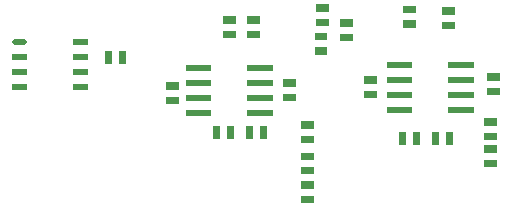
<source format=gbr>
G04 Title: RX Daughterboard, solder paste, component side *
G04 Creator: pcb-bin 1.99q *
G04 CreationDate: Thu Mar  2 20:16:21 2006 UTC *
G04 For: matt *
G04 Format: Gerber/RS-274X *
G04 PCB-Dimensions: 275000 250000 *
G04 PCB-Coordinate-Origin: lower left *
%MOIN*%
%FSLAX24Y24*%
%IPPOS*%
%ADD11C,0.0080*%
%ADD12C,0.0280*%
%ADD13C,0.0100*%
%ADD14C,0.0300*%
%ADD15R,0.0240X0.0240*%
%ADD16R,0.0440X0.0440*%
%ADD17R,0.0300X0.0300*%
%ADD18C,0.0060*%
%ADD19R,0.0200X0.0200*%
%ADD20R,0.0540X0.0540*%
%ADD21C,0.0200*%
%ADD22C,0.0500*%
%ADD23R,0.0500X0.0500*%
%ADD24R,0.0600X0.0600*%
%ADD25R,0.0660X0.0660*%
%ADD26R,0.0900X0.0900X0.0600X0.0600*%
%ADD27R,0.0900X0.0900*%
%ADD28C,0.0600*%
%ADD29C,0.0660*%
%AMTHERM1*7,0,0,0.0900,0.0600,0.0100,45*%
%ADD30THERM1*%
%ADD31C,0.0900X0.0600*%
%ADD32C,0.0900*%
%ADD33C,0.1200X0.0900*%
%ADD34C,0.1200*%
%ADD35C,0.0150*%
%AMTHERM2*7,0,0,0.1200,0.0900,0.0150,45*%
%ADD36THERM2*%
%ADD37C,0.0720*%
%ADD38C,0.0920X0.0720*%
%ADD39C,0.0920*%
%ADD40C,0.0240*%
%ADD41C,0.0340*%
%ADD42C,0.1320*%
%ADD43C,0.1100*%
%ADD44C,0.1520*%
%ADD45C,0.1520X0.1320*%
%ADD46C,0.0400*%
%ADD47C,0.0600X0.0400*%
%AMTHERM3*7,0,0,0.0600,0.0400,0.0100,45*%
%ADD48THERM3*%
%ADD49C,0.0360*%
%ADD50C,0.0560*%
%ADD51C,0.0560X0.0360*%
%AMTHERM4*7,0,0,0.0560,0.0360,0.0080,45*%
%ADD52THERM4*%
%LNGROUP_3*%
%LPD*%
G01X0Y0D02*
G54D15*X18310Y1860D02*X18490D01*
X18310Y2340D02*X18490D01*
X18310Y2820D02*X18490D01*
X18310Y3300D02*X18490D01*
G54D19*X16500Y4750D02*X17150D01*
X16500Y5250D02*X17150D01*
X16500Y5750D02*X17150D01*
X16500Y6250D02*X17150D01*
X14450D02*X15100D01*
X14450Y5750D02*X15100D01*
X14450Y5250D02*X15100D01*
X14450Y4750D02*X15100D01*
G54D15*X17710Y5260D02*X17890D01*
X17710Y5740D02*X17890D01*
X13810Y5160D02*X13990D01*
X13810Y5640D02*X13990D01*
X18310Y3860D02*X18490D01*
X18310Y4340D02*X18490D01*
X20410Y5360D02*X20590D01*
X20410Y5840D02*X20590D01*
X22040Y3990D02*Y3810D01*
X21560Y3990D02*Y3810D01*
G54D19*X23200Y4850D02*X23850D01*
X23200Y5350D02*X23850D01*
X23200Y5850D02*X23850D01*
X23200Y6350D02*X23850D01*
X21150D02*X21800D01*
X21150Y5850D02*X21800D01*
X21150Y5350D02*X21800D01*
X21150Y4850D02*X21800D01*
G54D21*X8660Y7100D02*X8940D01*
G54D19*X8660Y6600D02*X8940D01*
X8660Y6100D02*X8940D01*
X8660Y5600D02*X8940D01*
X10700D02*X10980D01*
X10700Y6100D02*X10980D01*
X10700Y6600D02*X10980D01*
X10700Y7100D02*X10980D01*
G54D15*X24510Y5460D02*X24690D01*
X24510Y5940D02*X24690D01*
X24410Y3960D02*X24590D01*
X24410Y4440D02*X24590D01*
X15840Y4190D02*Y4010D01*
X15360Y4190D02*Y4010D01*
X12240Y6690D02*Y6510D01*
X11760Y6690D02*Y6510D01*
X15710Y7360D02*X15890D01*
X15710Y7840D02*X15890D01*
X18810Y7760D02*X18990D01*
X18810Y8240D02*X18990D01*
X18760Y6810D02*X18940D01*
X18760Y7290D02*X18940D01*
X19610Y7260D02*X19790D01*
X19610Y7740D02*X19790D01*
X22660Y3990D02*Y3810D01*
X23140Y3990D02*Y3810D01*
X23010Y7660D02*X23190D01*
X23010Y8140D02*X23190D01*
X16510Y7360D02*X16690D01*
X16510Y7840D02*X16690D01*
X21710Y7710D02*X21890D01*
X21710Y8190D02*X21890D01*
X24410Y3060D02*X24590D01*
X24410Y3540D02*X24590D01*
X16460Y4190D02*Y4010D01*
X16940Y4190D02*Y4010D01*
M02*

</source>
